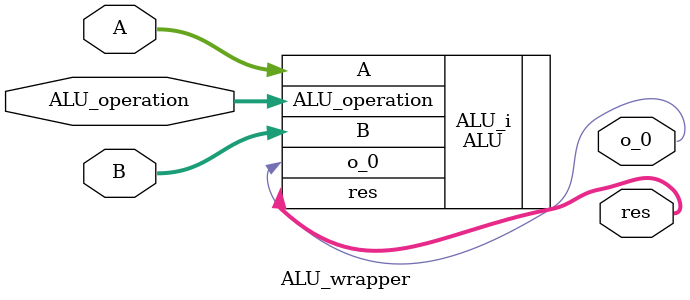
<source format=v>
`timescale 1 ps / 1 ps

module ALU_wrapper
   (A,
    ALU_operation,
    B,
    o_0,
    res);
  input [31:0]A;
  input [2:0]ALU_operation;
  input [31:0]B;
  output o_0;
  output [31:0]res;

  wire [31:0]A;
  wire [2:0]ALU_operation;
  wire [31:0]B;
  wire o_0;
  wire [31:0]res;

  ALU ALU_i
       (.A(A),
        .ALU_operation(ALU_operation),
        .B(B),
        .o_0(o_0),
        .res(res));
endmodule

</source>
